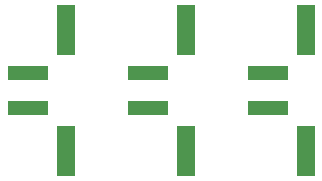
<source format=gbr>
G04 DipTrace 3.0.0.2*
G04 TopPaste.gbr*
%MOIN*%
G04 #@! TF.FileFunction,Paste,Top*
G04 #@! TF.Part,Single*
%ADD56R,0.13452X0.04515*%
%ADD58R,0.06011X0.169559*%
%FSLAX26Y26*%
G04*
G70*
G90*
G75*
G01*
G04 TopPaste*
%LPD*%
D58*
X2395575Y587307D3*
D56*
X2269591Y730614D3*
D58*
X2395575Y991835D3*
D56*
X2269591Y848724D3*
D58*
X1595575Y587307D3*
D56*
X1469591Y730614D3*
D58*
X1595575Y991835D3*
D56*
X1469591Y848724D3*
D58*
X1995575Y587307D3*
D56*
X1869591Y730614D3*
D58*
X1995575Y991835D3*
D56*
X1869591Y848724D3*
M02*

</source>
